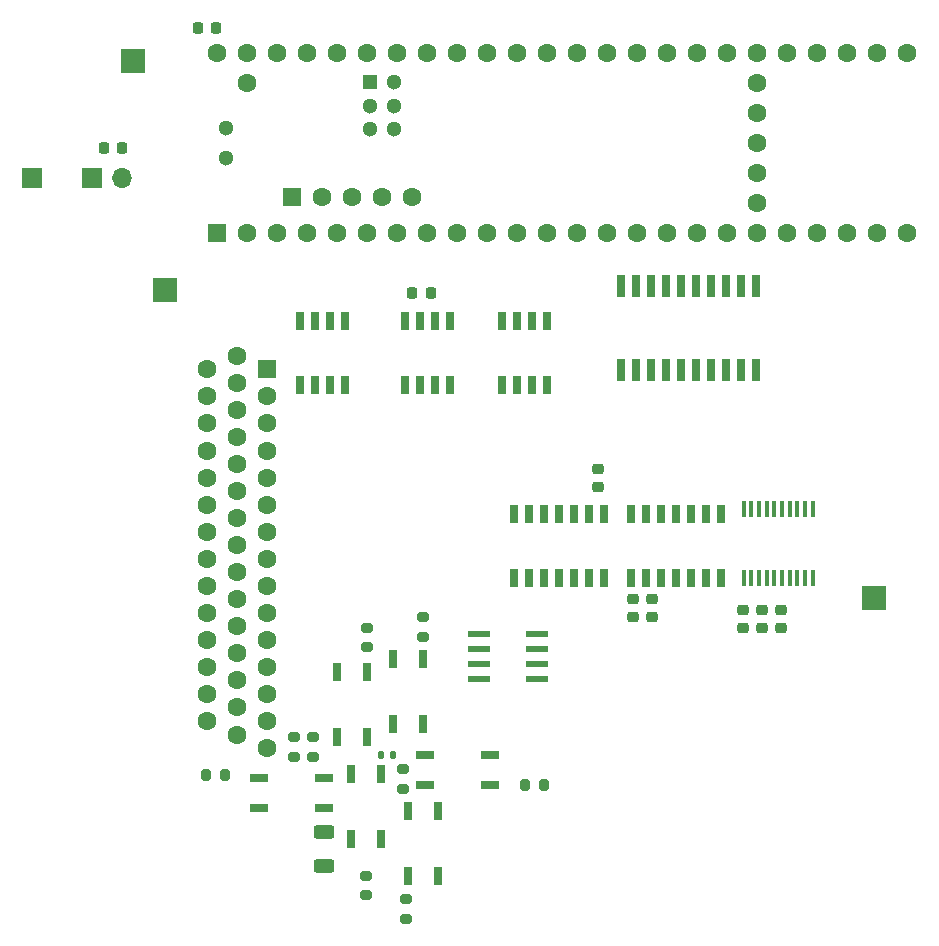
<source format=gbr>
%TF.GenerationSoftware,KiCad,Pcbnew,8.0.6*%
%TF.CreationDate,2024-12-22T02:50:07-05:00*%
%TF.ProjectId,accessory_test,61636365-7373-46f7-9279-5f746573742e,rev?*%
%TF.SameCoordinates,Original*%
%TF.FileFunction,Soldermask,Top*%
%TF.FilePolarity,Negative*%
%FSLAX46Y46*%
G04 Gerber Fmt 4.6, Leading zero omitted, Abs format (unit mm)*
G04 Created by KiCad (PCBNEW 8.0.6) date 2024-12-22 02:50:07*
%MOMM*%
%LPD*%
G01*
G04 APERTURE LIST*
G04 Aperture macros list*
%AMRoundRect*
0 Rectangle with rounded corners*
0 $1 Rounding radius*
0 $2 $3 $4 $5 $6 $7 $8 $9 X,Y pos of 4 corners*
0 Add a 4 corners polygon primitive as box body*
4,1,4,$2,$3,$4,$5,$6,$7,$8,$9,$2,$3,0*
0 Add four circle primitives for the rounded corners*
1,1,$1+$1,$2,$3*
1,1,$1+$1,$4,$5*
1,1,$1+$1,$6,$7*
1,1,$1+$1,$8,$9*
0 Add four rect primitives between the rounded corners*
20,1,$1+$1,$2,$3,$4,$5,0*
20,1,$1+$1,$4,$5,$6,$7,0*
20,1,$1+$1,$6,$7,$8,$9,0*
20,1,$1+$1,$8,$9,$2,$3,0*%
G04 Aperture macros list end*
%ADD10RoundRect,0.200000X-0.275000X0.200000X-0.275000X-0.200000X0.275000X-0.200000X0.275000X0.200000X0*%
%ADD11RoundRect,0.200000X0.275000X-0.200000X0.275000X0.200000X-0.275000X0.200000X-0.275000X-0.200000X0*%
%ADD12RoundRect,0.200000X-0.200000X-0.275000X0.200000X-0.275000X0.200000X0.275000X-0.200000X0.275000X0*%
%ADD13RoundRect,0.135000X0.135000X0.185000X-0.135000X0.185000X-0.135000X-0.185000X0.135000X-0.185000X0*%
%ADD14RoundRect,0.250000X0.625000X-0.312500X0.625000X0.312500X-0.625000X0.312500X-0.625000X-0.312500X0*%
%ADD15R,1.500000X0.650000*%
%ADD16R,0.650000X1.500000*%
%ADD17RoundRect,0.225000X0.225000X0.250000X-0.225000X0.250000X-0.225000X-0.250000X0.225000X-0.250000X0*%
%ADD18RoundRect,0.225000X0.250000X-0.225000X0.250000X0.225000X-0.250000X0.225000X-0.250000X-0.225000X0*%
%ADD19RoundRect,0.225000X-0.250000X0.225000X-0.250000X-0.225000X0.250000X-0.225000X0.250000X0.225000X0*%
%ADD20R,1.981200X0.558800*%
%ADD21O,1.700000X1.700000*%
%ADD22R,1.700000X1.700000*%
%ADD23R,2.000000X2.000000*%
%ADD24R,1.600000X1.600000*%
%ADD25C,1.600000*%
%ADD26R,1.300000X1.300000*%
%ADD27C,1.300000*%
%ADD28R,0.450000X1.475000*%
%ADD29RoundRect,0.225000X-0.225000X-0.250000X0.225000X-0.250000X0.225000X0.250000X-0.225000X0.250000X0*%
%ADD30R,0.700000X1.825000*%
%ADD31R,0.650000X1.525000*%
G04 APERTURE END LIST*
D10*
%TO.C,R13*%
X120650000Y-124588000D03*
X120650000Y-126238000D03*
%TD*%
D11*
%TO.C,R12*%
X122047000Y-102361000D03*
X122047000Y-100711000D03*
%TD*%
%TO.C,R11*%
X117348000Y-103250000D03*
X117348000Y-101600000D03*
%TD*%
D12*
%TO.C,R10*%
X130684000Y-114935000D03*
X132334000Y-114935000D03*
%TD*%
D11*
%TO.C,R9*%
X117221000Y-124269000D03*
X117221000Y-122619000D03*
%TD*%
D12*
%TO.C,R8*%
X103696000Y-114046000D03*
X105346000Y-114046000D03*
%TD*%
D13*
%TO.C,R7*%
X119555000Y-112395000D03*
X118535000Y-112395000D03*
%TD*%
D11*
%TO.C,R6*%
X112776000Y-112522000D03*
X112776000Y-110872000D03*
%TD*%
%TO.C,R5*%
X111125000Y-112521000D03*
X111125000Y-110871000D03*
%TD*%
D14*
%TO.C,R4*%
X113665000Y-121793000D03*
X113665000Y-118868000D03*
%TD*%
D10*
%TO.C,R3*%
X120396000Y-113602000D03*
X120396000Y-115252000D03*
%TD*%
D15*
%TO.C,K8*%
X108165000Y-114300000D03*
X108165000Y-116840000D03*
X113665000Y-116840000D03*
X113665000Y-114300000D03*
%TD*%
D16*
%TO.C,K7*%
X117348000Y-105371000D03*
X114808000Y-105371000D03*
X114808000Y-110871000D03*
X117348000Y-110871000D03*
%TD*%
%TO.C,K6*%
X122047000Y-104228000D03*
X119507000Y-104228000D03*
X119507000Y-109728000D03*
X122047000Y-109728000D03*
%TD*%
%TO.C,K4*%
X120777000Y-117094000D03*
X123317000Y-117094000D03*
X123317000Y-122594000D03*
X120777000Y-122594000D03*
%TD*%
%TO.C,K3*%
X115998057Y-119454172D03*
X118538057Y-119454172D03*
X118538057Y-113954172D03*
X115998057Y-113954172D03*
%TD*%
D17*
%TO.C,D1*%
X96621600Y-61010800D03*
X95071600Y-61010800D03*
%TD*%
D18*
%TO.C,C15*%
X152400000Y-100076000D03*
X152400000Y-101626000D03*
%TD*%
D19*
%TO.C,C3*%
X150749000Y-100063000D03*
X150749000Y-101613000D03*
%TD*%
D20*
%TO.C,U1*%
X131749800Y-105918000D03*
X131749800Y-104648000D03*
X131749800Y-103378000D03*
X131749800Y-102108000D03*
X126822200Y-102108000D03*
X126822200Y-103378000D03*
X126822200Y-104648000D03*
X126822200Y-105918000D03*
%TD*%
D21*
%TO.C,J3*%
X96621600Y-63550800D03*
D22*
X94081600Y-63550800D03*
%TD*%
D23*
%TO.C,TP2*%
X100203000Y-73025000D03*
%TD*%
D24*
%TO.C,U3*%
X104648000Y-68211000D03*
D25*
X107188000Y-68211000D03*
X109728000Y-68211000D03*
X112268000Y-68211000D03*
X114808000Y-68211000D03*
X117348000Y-68211000D03*
X119888000Y-68211000D03*
X122428000Y-68211000D03*
X124968000Y-68211000D03*
X127508000Y-68211000D03*
X130048000Y-68211000D03*
X132588000Y-68211000D03*
X135128000Y-68211000D03*
X137668000Y-68211000D03*
X140208000Y-68211000D03*
X142748000Y-68211000D03*
X145288000Y-68211000D03*
X147828000Y-68211000D03*
X150368000Y-68211000D03*
X152908000Y-68211000D03*
X155448000Y-68211000D03*
X157988000Y-68211000D03*
X160528000Y-68211000D03*
X163068000Y-68211000D03*
X163068000Y-52971000D03*
X160528000Y-52971000D03*
X157988000Y-52971000D03*
X155448000Y-52971000D03*
X152908000Y-52971000D03*
X150368000Y-52971000D03*
X147828000Y-52971000D03*
X145288000Y-52971000D03*
X142748000Y-52971000D03*
X140208000Y-52971000D03*
X137668000Y-52971000D03*
X135128000Y-52971000D03*
X132588000Y-52971000D03*
X130048000Y-52971000D03*
X127508000Y-52971000D03*
X124968000Y-52971000D03*
X122428000Y-52971000D03*
X119888000Y-52971000D03*
X117348000Y-52971000D03*
X114808000Y-52971000D03*
X112268000Y-52971000D03*
X109728000Y-52971000D03*
X107188000Y-52971000D03*
X104648000Y-52971000D03*
X107188000Y-55511000D03*
X150368000Y-65671000D03*
X150368000Y-63131000D03*
X150368000Y-60591000D03*
X150368000Y-58051000D03*
X150368000Y-55511000D03*
D24*
X110947200Y-65160200D03*
D25*
X113487200Y-65160200D03*
X116027200Y-65160200D03*
X118567200Y-65160200D03*
X121107200Y-65160200D03*
D26*
X117618000Y-55409400D03*
D27*
X117618000Y-57409400D03*
X117618000Y-59409400D03*
X119618000Y-59409400D03*
X119618000Y-57409400D03*
X119618000Y-55409400D03*
X105378000Y-59321000D03*
X105378000Y-61861000D03*
%TD*%
D23*
%TO.C,TP1*%
X97536000Y-53594000D03*
%TD*%
D19*
%TO.C,C5*%
X136906000Y-88125000D03*
X136906000Y-89675000D03*
%TD*%
D28*
%TO.C,IC5*%
X149221000Y-97426000D03*
X149871000Y-97426000D03*
X150521000Y-97426000D03*
X151171000Y-97426000D03*
X151821000Y-97426000D03*
X152471000Y-97426000D03*
X153121000Y-97426000D03*
X153771000Y-97426000D03*
X154421000Y-97426000D03*
X155071000Y-97426000D03*
X155071000Y-91550000D03*
X154421000Y-91550000D03*
X153771000Y-91550000D03*
X153121000Y-91550000D03*
X152471000Y-91550000D03*
X151821000Y-91550000D03*
X151171000Y-91550000D03*
X150521000Y-91550000D03*
X149871000Y-91550000D03*
X149221000Y-91550000D03*
%TD*%
D22*
%TO.C,J2*%
X89001600Y-63550800D03*
%TD*%
D23*
%TO.C,TP3*%
X160274000Y-99060000D03*
%TD*%
D19*
%TO.C,C7*%
X139827000Y-99161000D03*
X139827000Y-100711000D03*
%TD*%
D16*
%TO.C,IC1*%
X120523000Y-81071000D03*
X121793000Y-81071000D03*
X123063000Y-81071000D03*
X124333000Y-81071000D03*
X124333000Y-75671000D03*
X123063000Y-75671000D03*
X121793000Y-75671000D03*
X120523000Y-75671000D03*
%TD*%
D19*
%TO.C,C6*%
X141478000Y-99161000D03*
X141478000Y-100711000D03*
%TD*%
D29*
%TO.C,C1*%
X102984000Y-50812000D03*
X104534000Y-50812000D03*
%TD*%
D30*
%TO.C,IC2*%
X138811000Y-79768000D03*
X140081000Y-79768000D03*
X141351000Y-79768000D03*
X142621000Y-79768000D03*
X143891000Y-79768000D03*
X145161000Y-79768000D03*
X146431000Y-79768000D03*
X147701000Y-79768000D03*
X148971000Y-79768000D03*
X150241000Y-79768000D03*
X150241000Y-72644000D03*
X148971000Y-72644000D03*
X147701000Y-72644000D03*
X146431000Y-72644000D03*
X145161000Y-72644000D03*
X143891000Y-72644000D03*
X142621000Y-72644000D03*
X141351000Y-72644000D03*
X140081000Y-72644000D03*
X138811000Y-72644000D03*
%TD*%
D31*
%TO.C,IC4*%
X129794000Y-97372000D03*
X131064000Y-97372000D03*
X132334000Y-97372000D03*
X133604000Y-97372000D03*
X134874000Y-97372000D03*
X136144000Y-97372000D03*
X137414000Y-97372000D03*
X137414000Y-91948000D03*
X136144000Y-91948000D03*
X134874000Y-91948000D03*
X133604000Y-91948000D03*
X132334000Y-91948000D03*
X131064000Y-91948000D03*
X129794000Y-91948000D03*
%TD*%
D16*
%TO.C,IC8*%
X128778000Y-81071000D03*
X130048000Y-81071000D03*
X131318000Y-81071000D03*
X132588000Y-81071000D03*
X132588000Y-75671000D03*
X131318000Y-75671000D03*
X130048000Y-75671000D03*
X128778000Y-75671000D03*
%TD*%
D19*
%TO.C,C4*%
X149180250Y-100069643D03*
X149180250Y-101619643D03*
%TD*%
D31*
%TO.C,IC3*%
X139700000Y-97372000D03*
X140970000Y-97372000D03*
X142240000Y-97372000D03*
X143510000Y-97372000D03*
X144780000Y-97372000D03*
X146050000Y-97372000D03*
X147320000Y-97372000D03*
X147320000Y-91948000D03*
X146050000Y-91948000D03*
X144780000Y-91948000D03*
X143510000Y-91948000D03*
X142240000Y-91948000D03*
X140970000Y-91948000D03*
X139700000Y-91948000D03*
%TD*%
D29*
%TO.C,C2*%
X121158000Y-73291000D03*
X122708000Y-73291000D03*
%TD*%
D16*
%TO.C,IC9*%
X111633000Y-81071000D03*
X112903000Y-81071000D03*
X114173000Y-81071000D03*
X115443000Y-81071000D03*
X115443000Y-75671000D03*
X114173000Y-75671000D03*
X112903000Y-75671000D03*
X111633000Y-75671000D03*
%TD*%
D15*
%TO.C,K5*%
X127718000Y-114935000D03*
X127718000Y-112395000D03*
X122218000Y-112395000D03*
X122218000Y-114935000D03*
%TD*%
D24*
%TO.C,J1*%
X108865331Y-79725000D03*
D25*
X108865331Y-82015000D03*
X108865331Y-84305000D03*
X108865331Y-86595000D03*
X108865331Y-88885000D03*
X108865331Y-91175000D03*
X108865331Y-93465000D03*
X108865331Y-95755000D03*
X108865331Y-98045000D03*
X108865331Y-100335000D03*
X108865331Y-102625000D03*
X108865331Y-104915000D03*
X108865331Y-107205000D03*
X108865331Y-109495000D03*
X108865331Y-111785000D03*
X106325331Y-78580000D03*
X106325331Y-80870000D03*
X106325331Y-83160000D03*
X106325331Y-85450000D03*
X106325331Y-87740000D03*
X106325331Y-90030000D03*
X106325331Y-92320000D03*
X106325331Y-94610000D03*
X106325331Y-96900000D03*
X106325331Y-99190000D03*
X106325331Y-101480000D03*
X106325331Y-103770000D03*
X106325331Y-106060000D03*
X106325331Y-108350000D03*
X106325331Y-110640000D03*
X103785331Y-79725000D03*
X103785331Y-82015000D03*
X103785331Y-84305000D03*
X103785331Y-86595000D03*
X103785331Y-88885000D03*
X103785331Y-91175000D03*
X103785331Y-93465000D03*
X103785331Y-95755000D03*
X103785331Y-98045000D03*
X103785331Y-100335000D03*
X103785331Y-102625000D03*
X103785331Y-104915000D03*
X103785331Y-107205000D03*
X103785331Y-109495000D03*
%TD*%
M02*

</source>
